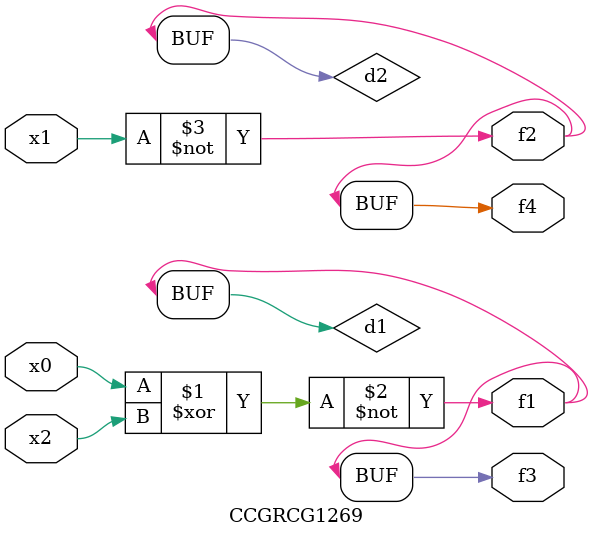
<source format=v>
module CCGRCG1269(
	input x0, x1, x2,
	output f1, f2, f3, f4
);

	wire d1, d2, d3;

	xnor (d1, x0, x2);
	nand (d2, x1);
	nor (d3, x1, x2);
	assign f1 = d1;
	assign f2 = d2;
	assign f3 = d1;
	assign f4 = d2;
endmodule

</source>
